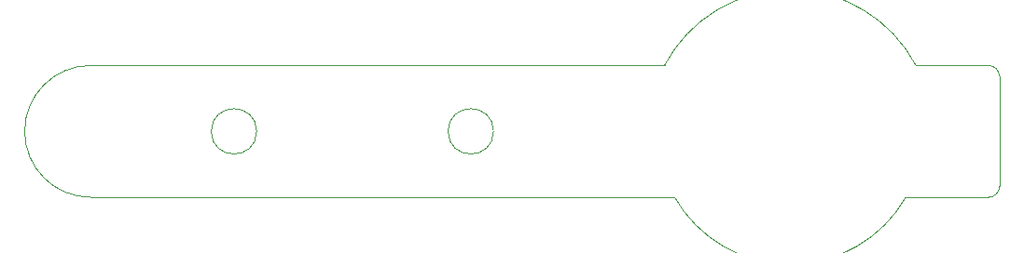
<source format=gm1>
%TF.GenerationSoftware,KiCad,Pcbnew,9.0.3*%
%TF.CreationDate,2025-08-19T23:17:00+03:00*%
%TF.ProjectId,Prj 1 - LED Torch,50726a20-3120-42d2-904c-454420546f72,0.1*%
%TF.SameCoordinates,Original*%
%TF.FileFunction,Profile,NP*%
%FSLAX46Y46*%
G04 Gerber Fmt 4.6, Leading zero omitted, Abs format (unit mm)*
G04 Created by KiCad (PCBNEW 9.0.3) date 2025-08-19 23:17:00*
%MOMM*%
%LPD*%
G01*
G04 APERTURE LIST*
%TA.AperFunction,Profile*%
%ADD10C,0.050000*%
%TD*%
G04 APERTURE END LIST*
D10*
X181000000Y-122500000D02*
G75*
G02*
X180000000Y-123500000I-1000000J0D01*
G01*
X180000000Y-111500000D02*
G75*
G02*
X181000000Y-112500000I0J-1000000D01*
G01*
X172499999Y-123500000D02*
X180000000Y-123500000D01*
X98500000Y-123500000D02*
X151500000Y-123499998D01*
X173411500Y-111500000D02*
X180000000Y-111500000D01*
X98500000Y-111500000D02*
X150593757Y-111490014D01*
X181000000Y-112500000D02*
X181000000Y-122500000D01*
X172500000Y-123500000D02*
G75*
G02*
X151500000Y-123500001I-10500000J6000000D01*
G01*
X150593756Y-111490014D02*
G75*
G02*
X173411500Y-111500000I11406244J-6009986D01*
G01*
X98500000Y-123500000D02*
G75*
G02*
X98500000Y-111500000I0J6000000D01*
G01*
X135061553Y-117500000D02*
G75*
G02*
X130938447Y-117500000I-2061553J0D01*
G01*
X130938447Y-117500000D02*
G75*
G02*
X135061553Y-117500000I2061553J0D01*
G01*
X113561553Y-117500000D02*
G75*
G02*
X109438447Y-117500000I-2061553J0D01*
G01*
X109438447Y-117500000D02*
G75*
G02*
X113561553Y-117500000I2061553J0D01*
G01*
M02*

</source>
